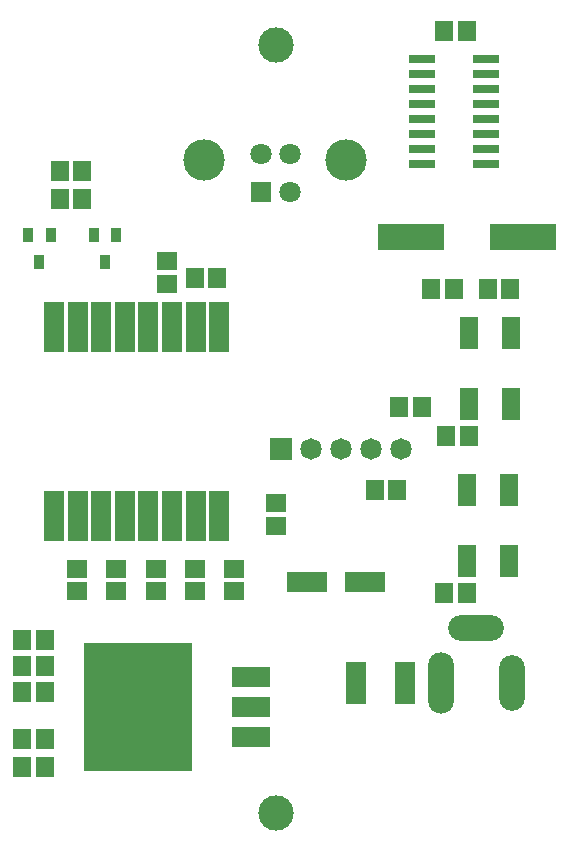
<source format=gbr>
G04 DipTrace 3.3.1.3*
G04 TopMask.gbr*
%MOIN*%
G04 #@! TF.FileFunction,Soldermask,Top*
G04 #@! TF.Part,Single*
%ADD44C,0.11811*%
%ADD51C,0.07178*%
%ADD53R,0.07178X0.07178*%
%ADD55R,0.063118X0.110362*%
%ADD57R,0.070992X0.16548*%
%ADD59R,0.067055X0.059181*%
%ADD61O,0.185165X0.08674*%
%ADD63O,0.08674X0.20485*%
%ADD65O,0.08674X0.185165*%
%ADD67R,0.070992X0.141858*%
%ADD69R,0.362331X0.425323*%
%ADD71R,0.12611X0.065087*%
%ADD73R,0.132016X0.070992*%
%ADD75C,0.137921*%
%ADD77C,0.070992*%
%ADD79R,0.070992X0.070992*%
%ADD81R,0.033591X0.049339*%
%ADD83R,0.059181X0.067055*%
%ADD85R,0.224535X0.08674*%
%ADD87R,0.08674X0.031622*%
%FSLAX26Y26*%
G04*
G70*
G90*
G75*
G01*
G04 TopMask*
%LPD*%
D87*
X1862904Y3105480D3*
Y3055480D3*
Y3005480D3*
Y2955480D3*
Y2905480D3*
Y2855480D3*
Y2805480D3*
Y2755480D3*
X2075503D3*
Y2805480D3*
Y2855480D3*
Y2905480D3*
Y2955480D3*
Y3005480D3*
Y3055480D3*
Y3105480D3*
D85*
X1825400Y2511668D3*
X2199416D3*
D83*
X1894157Y2336650D3*
X1968961D3*
X2156480D3*
X2081677D3*
X2012715Y3199240D3*
X1937912D3*
D81*
X625274Y2517919D3*
X550471D3*
X587873Y2427367D3*
D79*
X1325348Y2661684D3*
D77*
X1423773Y2661644D3*
Y2788022D3*
X1325348D3*
D75*
X1611568Y2768140D3*
X1137552D3*
D73*
X1481614Y1361547D3*
X1674528D3*
D83*
X606318Y1080268D3*
X531514D3*
X606318Y1167777D3*
X531514D3*
X606318Y992759D3*
X531514D3*
Y836492D3*
X606318D3*
D71*
X1294094Y842743D3*
Y942743D3*
Y1042743D3*
D69*
X916142Y942743D3*
D67*
X1644131Y1024012D3*
X1805549D3*
D65*
X2162936D3*
D63*
X1926715D3*
D61*
X2044825Y1209051D3*
D83*
X531514Y742732D3*
X606318D3*
D59*
X1375353Y1549067D3*
Y1623870D3*
D57*
X1187833Y1580320D3*
X1109093D3*
X1030353D3*
X951613D3*
X872873D3*
X794133D3*
X715392D3*
X636652D3*
X1187833Y2210241D3*
X1109093D3*
X1030353D3*
X951613D3*
X872873D3*
X794133D3*
X715392D3*
X636652D3*
D55*
X2012920Y1430304D3*
X2154652D3*
Y1666525D3*
X2012920D3*
D59*
X1237839Y1330294D3*
Y1405097D3*
D83*
X1106575Y2374154D3*
X1181378D3*
D59*
X1012815Y2430409D3*
Y2355606D3*
D83*
X2012920Y1324043D3*
X1938117D3*
X2019171Y1849098D3*
X1944367D3*
D55*
X2019171Y1955360D3*
X2160903D3*
Y2191580D3*
X2019171D3*
D59*
X975311Y1405302D3*
Y1330499D3*
X712783Y1405302D3*
Y1330499D3*
X1106575Y1405302D3*
Y1330499D3*
X844047Y1405302D3*
Y1330499D3*
D81*
Y2517919D3*
X769244D3*
X806646Y2427367D3*
D83*
X731535Y2636681D3*
X656732D3*
X656528Y2730441D3*
X731331D3*
D53*
X1394147Y1805344D3*
D51*
X1494147D3*
X1594147D3*
X1694147D3*
X1794147D3*
D83*
X1706638Y1667829D3*
X1781441D3*
X1787896Y1942858D3*
X1862699D3*
D44*
X1378252Y590850D3*
Y3149906D3*
M02*

</source>
